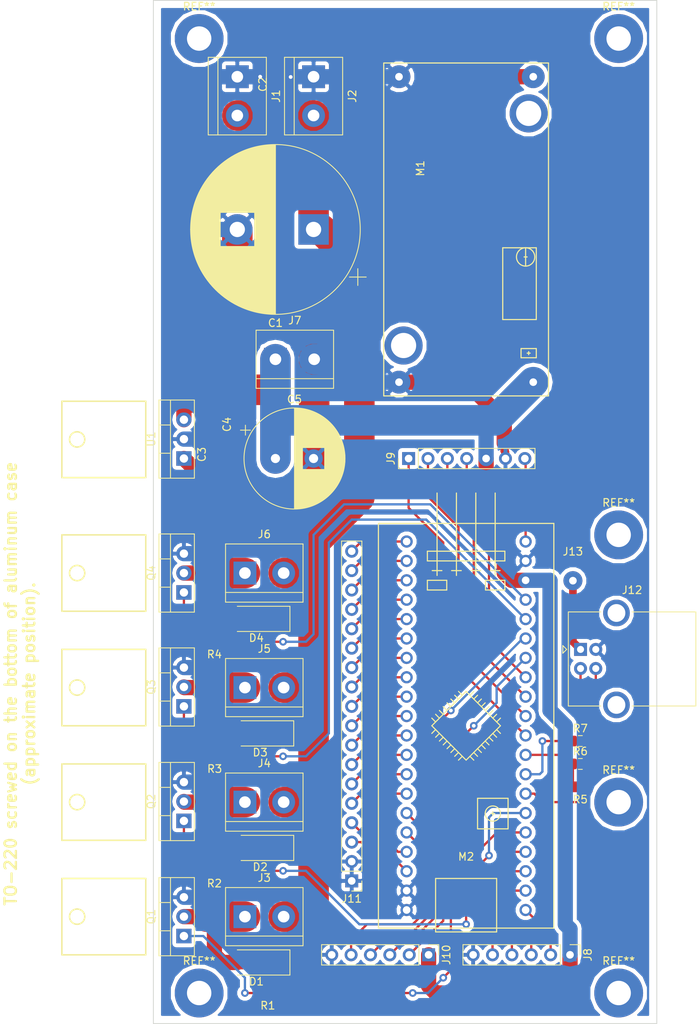
<source format=kicad_pcb>
(kicad_pcb (version 20171130) (host pcbnew 5.0.0+dfsg1-1)
  (layers (0 F.Cu signal) (31 B.Cu signal) (36 B.SilkS user) (37 F.SilkS user) (38 B.Mask user) (39 F.Mask user) (44 Edge.Cuts user))
  (net 0 "")
  (net 1 +12V)
  (net 2 GND)
  (net 3 +5V)
  (net 4 "Net-(J9-Pad2)")
  (net 5 "Net-(M2-PadA12)")
  (net 6 "Net-(J9-Pad1)")
  (net 7 "Net-(M2-PadA10)")
  (net 8 "Net-(M2-PadA9)")
  (net 9 "Net-(M2-PadA8)")
  (net 10 "Net-(J8-Pad5)")
  (net 11 "Net-(J8-Pad4)")
  (net 12 "Net-(J8-Pad3)")
  (net 13 "Net-(J8-Pad2)")
  (net 14 "Net-(J9-Pad3)")
  (net 15 "Net-(J9-Pad4)")
  (net 16 "Net-(J10-Pad2)")
  (net 17 "Net-(J10-Pad3)")
  (net 18 "Net-(M2-PadB8)")
  (net 19 "Net-(M2-PadB9)")
  (net 20 "Net-(J11-Pad18)")
  (net 21 "Net-(J11-Pad17)")
  (net 22 "Net-(J11-Pad16)")
  (net 23 "Net-(J11-Pad15)")
  (net 24 "Net-(J11-Pad14)")
  (net 25 "Net-(J11-Pad13)")
  (net 26 "Net-(J11-Pad12)")
  (net 27 "Net-(J11-Pad11)")
  (net 28 "Net-(J11-Pad10)")
  (net 29 "Net-(J11-Pad9)")
  (net 30 "Net-(J11-Pad8)")
  (net 31 "Net-(J11-Pad7)")
  (net 32 "Net-(J11-Pad6)")
  (net 33 "Net-(J11-Pad5)")
  (net 34 "Net-(J10-Pad4)")
  (net 35 "Net-(J10-Pad5)")
  (net 36 "Net-(J11-Pad4)")
  (net 37 "Net-(J11-Pad3)")
  (net 38 "Net-(D1-Pad2)")
  (net 39 "Net-(D2-Pad2)")
  (net 40 "Net-(D3-Pad2)")
  (net 41 "Net-(D4-Pad2)")
  (net 42 "Net-(Q1-Pad1)")
  (net 43 "Net-(Q2-Pad1)")
  (net 44 "Net-(Q3-Pad1)")
  (net 45 "Net-(Q4-Pad1)")
  (net 46 "Net-(M2-PadA11)")
  (net 47 "Net-(J9-Pad7)")
  (net 48 "Net-(J12-Pad1)")
  (net 49 "Net-(J12-Pad2)")
  (net 50 "Net-(J12-Pad3)")
  (net 51 "Net-(J12-Pad5)")
  (module ki_modules:LM2596_DC-DC_module (layer F.Cu) (at 87 66 270)
    (fp_text reference M1 (at -8 6 270) (layer F.SilkS))
    (fp_text value LM2596_DC-DC_module)
    (pad IN+ thru_hole circle (at -20 -8.8 270) (size 3 3) (drill 1) (layers *.Cu *.Mask) (net 1 +12V))
    (pad IN- thru_hole circle (at -20 8.8 270) (size 3 3) (drill 1) (layers *.Cu *.Mask) (net 2 GND))
    (pad OUT+ thru_hole circle (at 20 -8.8 270) (size 3 3) (drill 1) (layers *.Cu *.Mask) (net 3 +5V))
    (pad OUT- thru_hole circle (at 20 8.8 270) (size 3 3) (drill 1) (layers *.Cu *.Mask) (net 2 GND))
    (pad "" thru_hole circle (at 15.2 8.2 270) (size 5 5) (drill 3.3) (layers *.Cu *.Mask))
    (pad "" thru_hole circle (at -15.2 -8.2 270) (size 5 5) (drill 3.3) (layers *.Cu *.Mask))
  )
  (module Package_TO_SOT_THT:TO-220-3_Vertical (layer F.Cu) (at 50 96 90)
    (fp_text reference U1 (at 2.54 -4.27 90) (layer F.SilkS))
    (fp_text value LM7805_TO220)
    (pad 1 thru_hole rect (at 0 0 90) (size 1.905 2) (drill 1.1) (layers *.Cu *.Mask) (net 1 +12V))
    (pad 2 thru_hole oval (at 2.54 0 90) (size 1.905 2) (drill 1.1) (layers *.Cu *.Mask) (net 2 GND))
    (pad 3 thru_hole oval (at 5.08 0 90) (size 1.905 2) (drill 1.1) (layers *.Cu *.Mask) (net 3 +5V))
  )
  (module Capacitor_THT:CP_Radial_D22.0mm_P10.00mm_SnapIn (layer F.Cu) (at 67 66 180)
    (fp_text reference C1 (at 5 -12.25 180) (layer F.SilkS))
    (fp_text value 470,0x16)
    (pad 1 thru_hole rect (at 0 0 180) (size 4 4) (drill 2) (layers *.Cu *.Mask) (net 1 +12V))
    (pad 2 thru_hole circle (at 10 0 180) (size 4 4) (drill 2) (layers *.Cu *.Mask) (net 2 GND))
  )
  (module Capacitor_SMD:C_0805_2012Metric_Pad1.29x1.40mm_HandSolder (layer F.Cu) (at 62 47 90)
    (fp_text reference C2 (at 0 -1.65 90) (layer F.SilkS))
    (fp_text value 0,1)
    (pad 1 smd rect (at -0.9675 0 90) (size 1.295 1.4) (layers F.Cu F.Paste F.Mask) (net 1 +12V))
    (pad 2 smd rect (at 0.9675 0 90) (size 1.295 1.4) (layers F.Cu F.Paste F.Mask) (net 2 GND))
  )
  (module Capacitor_SMD:C_0805_2012Metric_Pad1.29x1.40mm_HandSolder (layer F.Cu) (at 54 95.4675 90)
    (fp_text reference C3 (at 0 -1.65 90) (layer F.SilkS))
    (fp_text value 0,1)
    (pad 1 smd rect (at -0.9675 0 90) (size 1.295 1.4) (layers F.Cu F.Paste F.Mask) (net 1 +12V))
    (pad 2 smd rect (at 0.9675 0 90) (size 1.295 1.4) (layers F.Cu F.Paste F.Mask) (net 2 GND))
  )
  (module Capacitor_SMD:C_0805_2012Metric_Pad1.29x1.40mm_HandSolder (layer F.Cu) (at 54 91.5325 270)
    (fp_text reference C4 (at 0 -1.65 270) (layer F.SilkS))
    (fp_text value 0,1)
    (pad 2 smd rect (at 0.9675 0 270) (size 1.295 1.4) (layers F.Cu F.Paste F.Mask) (net 2 GND))
    (pad 1 smd rect (at -0.9675 0 270) (size 1.295 1.4) (layers F.Cu F.Paste F.Mask) (net 3 +5V))
  )
  (module Capacitor_THT:CP_Radial_D13.0mm_P5.00mm (layer F.Cu) (at 62 96)
    (fp_text reference C5 (at 2.5 -7.75) (layer F.SilkS))
    (fp_text value 10,0x16)
    (pad 1 thru_hole rect (at 0 0) (size 2.4 2.4) (drill 1.2) (layers *.Cu *.Mask) (net 3 +5V))
    (pad 2 thru_hole circle (at 5 0) (size 2.4 2.4) (drill 1.2) (layers *.Cu *.Mask) (net 2 GND))
  )
  (module Diode_SMD:D_SMA_Handsoldering (layer F.Cu) (at 59.5 162 180)
    (fp_text reference D1 (at 0 -2.5 180) (layer F.SilkS))
    (fp_text value D)
    (pad 2 smd rect (at 2.5 0 180) (size 3.5 1.8) (layers F.Cu F.Paste F.Mask) (net 38 "Net-(D1-Pad2)"))
    (pad 1 smd rect (at -2.5 0 180) (size 3.5 1.8) (layers F.Cu F.Paste F.Mask) (net 1 +12V))
  )
  (module Diode_SMD:D_SMA_Handsoldering (layer F.Cu) (at 60 147 180)
    (fp_text reference D2 (at 0 -2.5 180) (layer F.SilkS))
    (fp_text value D)
    (pad 1 smd rect (at -2.5 0 180) (size 3.5 1.8) (layers F.Cu F.Paste F.Mask) (net 1 +12V))
    (pad 2 smd rect (at 2.5 0 180) (size 3.5 1.8) (layers F.Cu F.Paste F.Mask) (net 39 "Net-(D2-Pad2)"))
  )
  (module Diode_SMD:D_SMA_Handsoldering (layer F.Cu) (at 60 132 180)
    (fp_text reference D3 (at 0 -2.5 180) (layer F.SilkS))
    (fp_text value D)
    (pad 1 smd rect (at -2.5 0 180) (size 3.5 1.8) (layers F.Cu F.Paste F.Mask) (net 1 +12V))
    (pad 2 smd rect (at 2.5 0 180) (size 3.5 1.8) (layers F.Cu F.Paste F.Mask) (net 40 "Net-(D3-Pad2)"))
  )
  (module Diode_SMD:D_SMA_Handsoldering (layer F.Cu) (at 59.5 117 180)
    (fp_text reference D4 (at 0 -2.5 180) (layer F.SilkS))
    (fp_text value D)
    (pad 2 smd rect (at 2.5 0 180) (size 3.5 1.8) (layers F.Cu F.Paste F.Mask) (net 41 "Net-(D4-Pad2)"))
    (pad 1 smd rect (at -2.5 0 180) (size 3.5 1.8) (layers F.Cu F.Paste F.Mask) (net 1 +12V))
  )
  (module TerminalBlock:TerminalBlock_bornier-2_P5.08mm (layer F.Cu) (at 57 46 270)
    (fp_text reference J1 (at 2.54 -5.08 270) (layer F.SilkS))
    (fp_text value Conn_01x02)
    (pad 2 thru_hole circle (at 5.08 0 270) (size 3 3) (drill 1.52) (layers *.Cu *.Mask) (net 1 +12V))
    (pad 1 thru_hole rect (at 0 0 270) (size 3 3) (drill 1.52) (layers *.Cu *.Mask) (net 2 GND))
  )
  (module TerminalBlock:TerminalBlock_bornier-2_P5.08mm (layer F.Cu) (at 67 46 270)
    (fp_text reference J2 (at 2.54 -5.08 270) (layer F.SilkS))
    (fp_text value Conn_01x02)
    (pad 1 thru_hole rect (at 0 0 270) (size 3 3) (drill 1.52) (layers *.Cu *.Mask) (net 2 GND))
    (pad 2 thru_hole circle (at 5.08 0 270) (size 3 3) (drill 1.52) (layers *.Cu *.Mask) (net 1 +12V))
  )
  (module TerminalBlock:TerminalBlock_bornier-2_P5.08mm (layer F.Cu) (at 58 156)
    (fp_text reference J3 (at 2.54 -5.08) (layer F.SilkS))
    (fp_text value Conn_01x02)
    (pad 2 thru_hole circle (at 5.08 0) (size 3 3) (drill 1.52) (layers *.Cu *.Mask) (net 1 +12V))
    (pad 1 thru_hole rect (at 0 0) (size 3 3) (drill 1.52) (layers *.Cu *.Mask) (net 38 "Net-(D1-Pad2)"))
  )
  (module TerminalBlock:TerminalBlock_bornier-2_P5.08mm (layer F.Cu) (at 58 141)
    (fp_text reference J4 (at 2.54 -5.08) (layer F.SilkS))
    (fp_text value Conn_01x02)
    (pad 1 thru_hole rect (at 0 0) (size 3 3) (drill 1.52) (layers *.Cu *.Mask) (net 39 "Net-(D2-Pad2)"))
    (pad 2 thru_hole circle (at 5.08 0) (size 3 3) (drill 1.52) (layers *.Cu *.Mask) (net 1 +12V))
  )
  (module TerminalBlock:TerminalBlock_bornier-2_P5.08mm (layer F.Cu) (at 58 126)
    (fp_text reference J5 (at 2.54 -5.08) (layer F.SilkS))
    (fp_text value Conn_01x02)
    (pad 1 thru_hole rect (at 0 0) (size 3 3) (drill 1.52) (layers *.Cu *.Mask) (net 40 "Net-(D3-Pad2)"))
    (pad 2 thru_hole circle (at 5.08 0) (size 3 3) (drill 1.52) (layers *.Cu *.Mask) (net 1 +12V))
  )
  (module TerminalBlock:TerminalBlock_bornier-2_P5.08mm (layer F.Cu) (at 58 111)
    (fp_text reference J6 (at 2.54 -5.08) (layer F.SilkS))
    (fp_text value Conn_01x02)
    (pad 2 thru_hole circle (at 5.08 0) (size 3 3) (drill 1.52) (layers *.Cu *.Mask) (net 1 +12V))
    (pad 1 thru_hole rect (at 0 0) (size 3 3) (drill 1.52) (layers *.Cu *.Mask) (net 41 "Net-(D4-Pad2)"))
  )
  (module TerminalBlock:TerminalBlock_bornier-2_P5.08mm (layer F.Cu) (at 62 83)
    (fp_text reference J7 (at 2.54 -5.08) (layer F.SilkS))
    (fp_text value Conn_01x02)
    (pad 1 thru_hole rect (at 0 0) (size 3 3) (drill 1.52) (layers *.Cu *.Mask) (net 3 +5V))
    (pad 2 thru_hole circle (at 5.08 0) (size 3 3) (drill 1.52) (layers *.Cu *.Mask) (net 2 GND))
  )
  (module Connector_PinHeader_2.54mm:PinHeader_1x06_P2.54mm_Vertical (layer F.Cu) (at 100.62 161 270)
    (fp_text reference J8 (at 0 -2.33 270) (layer F.SilkS))
    (fp_text value Conn_01x06)
    (pad 6 thru_hole oval (at 0 12.7 270) (size 1.7 1.7) (drill 1) (layers *.Cu *.Mask) (net 2 GND))
    (pad 5 thru_hole oval (at 0 10.16 270) (size 1.7 1.7) (drill 1) (layers *.Cu *.Mask) (net 10 "Net-(J8-Pad5)"))
    (pad 4 thru_hole oval (at 0 7.62 270) (size 1.7 1.7) (drill 1) (layers *.Cu *.Mask) (net 11 "Net-(J8-Pad4)"))
    (pad 3 thru_hole oval (at 0 5.08 270) (size 1.7 1.7) (drill 1) (layers *.Cu *.Mask) (net 12 "Net-(J8-Pad3)"))
    (pad 2 thru_hole oval (at 0 2.54 270) (size 1.7 1.7) (drill 1) (layers *.Cu *.Mask) (net 13 "Net-(J8-Pad2)"))
    (pad 1 thru_hole rect (at 0 0 270) (size 1.7 1.7) (drill 1) (layers *.Cu *.Mask) (net 3 +5V))
  )
  (module Connector_PinHeader_2.54mm:PinHeader_1x06_P2.54mm_Vertical (layer F.Cu) (at 82.08 161 270)
    (fp_text reference J10 (at 0 -2.33 270) (layer F.SilkS))
    (fp_text value Conn_01x06)
    (pad 1 thru_hole rect (at 0 0 270) (size 1.7 1.7) (drill 1) (layers *.Cu *.Mask) (net 3 +5V))
    (pad 2 thru_hole oval (at 0 2.54 270) (size 1.7 1.7) (drill 1) (layers *.Cu *.Mask) (net 16 "Net-(J10-Pad2)"))
    (pad 3 thru_hole oval (at 0 5.08 270) (size 1.7 1.7) (drill 1) (layers *.Cu *.Mask) (net 17 "Net-(J10-Pad3)"))
    (pad 4 thru_hole oval (at 0 7.62 270) (size 1.7 1.7) (drill 1) (layers *.Cu *.Mask) (net 34 "Net-(J10-Pad4)"))
    (pad 5 thru_hole oval (at 0 10.16 270) (size 1.7 1.7) (drill 1) (layers *.Cu *.Mask) (net 35 "Net-(J10-Pad5)"))
    (pad 6 thru_hole oval (at 0 12.7 270) (size 1.7 1.7) (drill 1) (layers *.Cu *.Mask) (net 2 GND))
  )
  (module Connector_PinHeader_2.54mm:PinHeader_1x18_P2.54mm_Vertical (layer F.Cu) (at 72 151.32 180)
    (fp_text reference J11 (at 0 -2.33 180) (layer F.SilkS))
    (fp_text value Conn_01x18)
    (pad 1 thru_hole rect (at 0 0 180) (size 1.7 1.7) (drill 1) (layers *.Cu *.Mask) (net 2 GND))
    (pad 2 thru_hole oval (at 0 2.54 180) (size 1.7 1.7) (drill 1) (layers *.Cu *.Mask) (net 2 GND))
    (pad 3 thru_hole oval (at 0 5.08 180) (size 1.7 1.7) (drill 1) (layers *.Cu *.Mask) (net 37 "Net-(J11-Pad3)"))
    (pad 4 thru_hole oval (at 0 7.62 180) (size 1.7 1.7) (drill 1) (layers *.Cu *.Mask) (net 36 "Net-(J11-Pad4)"))
    (pad 5 thru_hole oval (at 0 10.16 180) (size 1.7 1.7) (drill 1) (layers *.Cu *.Mask) (net 33 "Net-(J11-Pad5)"))
    (pad 6 thru_hole oval (at 0 12.7 180) (size 1.7 1.7) (drill 1) (layers *.Cu *.Mask) (net 32 "Net-(J11-Pad6)"))
    (pad 7 thru_hole oval (at 0 15.24 180) (size 1.7 1.7) (drill 1) (layers *.Cu *.Mask) (net 31 "Net-(J11-Pad7)"))
    (pad 8 thru_hole oval (at 0 17.78 180) (size 1.7 1.7) (drill 1) (layers *.Cu *.Mask) (net 30 "Net-(J11-Pad8)"))
    (pad 9 thru_hole oval (at 0 20.32 180) (size 1.7 1.7) (drill 1) (layers *.Cu *.Mask) (net 29 "Net-(J11-Pad9)"))
    (pad 10 thru_hole oval (at 0 22.86 180) (size 1.7 1.7) (drill 1) (layers *.Cu *.Mask) (net 28 "Net-(J11-Pad10)"))
    (pad 11 thru_hole oval (at 0 25.4 180) (size 1.7 1.7) (drill 1) (layers *.Cu *.Mask) (net 27 "Net-(J11-Pad11)"))
    (pad 12 thru_hole oval (at 0 27.94 180) (size 1.7 1.7) (drill 1) (layers *.Cu *.Mask) (net 26 "Net-(J11-Pad12)"))
    (pad 13 thru_hole oval (at 0 30.48 180) (size 1.7 1.7) (drill 1) (layers *.Cu *.Mask) (net 25 "Net-(J11-Pad13)"))
    (pad 14 thru_hole oval (at 0 33.02 180) (size 1.7 1.7) (drill 1) (layers *.Cu *.Mask) (net 24 "Net-(J11-Pad14)"))
    (pad 15 thru_hole oval (at 0 35.56 180) (size 1.7 1.7) (drill 1) (layers *.Cu *.Mask) (net 23 "Net-(J11-Pad15)"))
    (pad 16 thru_hole oval (at 0 38.1 180) (size 1.7 1.7) (drill 1) (layers *.Cu *.Mask) (net 22 "Net-(J11-Pad16)"))
    (pad 17 thru_hole oval (at 0 40.64 180) (size 1.7 1.7) (drill 1) (layers *.Cu *.Mask) (net 21 "Net-(J11-Pad17)"))
    (pad 18 thru_hole oval (at 0 43.18 180) (size 1.7 1.7) (drill 1) (layers *.Cu *.Mask) (net 20 "Net-(J11-Pad18)"))
  )
  (module Package_TO_SOT_THT:TO-220-3_Vertical (layer F.Cu) (at 50 158.54 90)
    (fp_text reference Q1 (at 2.54 -4.27 90) (layer F.SilkS))
    (fp_text value Q_NMOS_GDS)
    (pad 1 thru_hole rect (at 0 0 90) (size 1.905 2) (drill 1.1) (layers *.Cu *.Mask) (net 42 "Net-(Q1-Pad1)"))
    (pad 2 thru_hole oval (at 2.54 0 90) (size 1.905 2) (drill 1.1) (layers *.Cu *.Mask) (net 38 "Net-(D1-Pad2)"))
    (pad 3 thru_hole oval (at 5.08 0 90) (size 1.905 2) (drill 1.1) (layers *.Cu *.Mask) (net 2 GND))
  )
  (module Package_TO_SOT_THT:TO-220-3_Vertical (layer F.Cu) (at 50 143.46 90)
    (fp_text reference Q2 (at 2.54 -4.27 90) (layer F.SilkS))
    (fp_text value Q_NMOS_GDS)
    (pad 3 thru_hole oval (at 5.08 0 90) (size 1.905 2) (drill 1.1) (layers *.Cu *.Mask) (net 2 GND))
    (pad 2 thru_hole oval (at 2.54 0 90) (size 1.905 2) (drill 1.1) (layers *.Cu *.Mask) (net 39 "Net-(D2-Pad2)"))
    (pad 1 thru_hole rect (at 0 0 90) (size 1.905 2) (drill 1.1) (layers *.Cu *.Mask) (net 43 "Net-(Q2-Pad1)"))
  )
  (module Package_TO_SOT_THT:TO-220-3_Vertical (layer F.Cu) (at 50 128.46 90)
    (fp_text reference Q3 (at 2.54 -4.27 90) (layer F.SilkS))
    (fp_text value Q_NMOS_GDS)
    (pad 3 thru_hole oval (at 5.08 0 90) (size 1.905 2) (drill 1.1) (layers *.Cu *.Mask) (net 2 GND))
    (pad 2 thru_hole oval (at 2.54 0 90) (size 1.905 2) (drill 1.1) (layers *.Cu *.Mask) (net 40 "Net-(D3-Pad2)"))
    (pad 1 thru_hole rect (at 0 0 90) (size 1.905 2) (drill 1.1) (layers *.Cu *.Mask) (net 44 "Net-(Q3-Pad1)"))
  )
  (module Package_TO_SOT_THT:TO-220-3_Vertical (layer F.Cu) (at 50 113.54 90)
    (fp_text reference Q4 (at 2.54 -4.27 90) (layer F.SilkS))
    (fp_text value Q_NMOS_GDS)
    (pad 1 thru_hole rect (at 0 0 90) (size 1.905 2) (drill 1.1) (layers *.Cu *.Mask) (net 45 "Net-(Q4-Pad1)"))
    (pad 2 thru_hole oval (at 2.54 0 90) (size 1.905 2) (drill 1.1) (layers *.Cu *.Mask) (net 41 "Net-(D4-Pad2)"))
    (pad 3 thru_hole oval (at 5.08 0 90) (size 1.905 2) (drill 1.1) (layers *.Cu *.Mask) (net 2 GND))
  )
  (module Resistor_SMD:R_0805_2012Metric_Pad1.29x1.40mm_HandSolder (layer F.Cu) (at 61 166 180)
    (fp_text reference R1 (at 0 -1.65 180) (layer F.SilkS))
    (fp_text value 100)
    (pad 1 smd rect (at -0.9675 0 180) (size 1.295 1.4) (layers F.Cu F.Paste F.Mask) (net 9 "Net-(M2-PadA8)"))
    (pad 2 smd rect (at 0.9675 0 180) (size 1.295 1.4) (layers F.Cu F.Paste F.Mask) (net 42 "Net-(Q1-Pad1)"))
  )
  (module Resistor_SMD:R_0805_2012Metric_Pad1.29x1.40mm_HandSolder (layer F.Cu) (at 54 150 180)
    (fp_text reference R2 (at 0 -1.65 180) (layer F.SilkS))
    (fp_text value 100)
    (pad 2 smd rect (at 0.9675 0 180) (size 1.295 1.4) (layers F.Cu F.Paste F.Mask) (net 43 "Net-(Q2-Pad1)"))
    (pad 1 smd rect (at -0.9675 0 180) (size 1.295 1.4) (layers F.Cu F.Paste F.Mask) (net 8 "Net-(M2-PadA9)"))
  )
  (module Resistor_SMD:R_0805_2012Metric_Pad1.29x1.40mm_HandSolder (layer F.Cu) (at 54.0325 135 180)
    (fp_text reference R3 (at 0 -1.65 180) (layer F.SilkS))
    (fp_text value 100)
    (pad 2 smd rect (at 0.9675 0 180) (size 1.295 1.4) (layers F.Cu F.Paste F.Mask) (net 44 "Net-(Q3-Pad1)"))
    (pad 1 smd rect (at -0.9675 0 180) (size 1.295 1.4) (layers F.Cu F.Paste F.Mask) (net 18 "Net-(M2-PadB8)"))
  )
  (module Resistor_SMD:R_0805_2012Metric_Pad1.29x1.40mm_HandSolder (layer F.Cu) (at 54 120 180)
    (fp_text reference R4 (at 0 -1.65 180) (layer F.SilkS))
    (fp_text value 100)
    (pad 1 smd rect (at -0.9675 0 180) (size 1.295 1.4) (layers F.Cu F.Paste F.Mask) (net 19 "Net-(M2-PadB9)"))
    (pad 2 smd rect (at 0.9675 0 180) (size 1.295 1.4) (layers F.Cu F.Paste F.Mask) (net 45 "Net-(Q4-Pad1)"))
  )
  (module Resistor_SMD:R_0805_2012Metric_Pad1.29x1.40mm_HandSolder (layer F.Cu) (at 101.9675 139 180)
    (fp_text reference R5 (at 0 -1.65 180) (layer F.SilkS))
    (fp_text value 1,5k)
    (pad 1 smd rect (at -0.9675 0 180) (size 1.295 1.4) (layers F.Cu F.Paste F.Mask) (net 7 "Net-(M2-PadA10)"))
    (pad 2 smd rect (at 0.9675 0 180) (size 1.295 1.4) (layers F.Cu F.Paste F.Mask) (net 5 "Net-(M2-PadA12)"))
  )
  (module Connector_PinHeader_2.54mm:PinHeader_1x07_P2.54mm_Vertical (layer F.Cu) (at 79.46 96 90)
    (fp_text reference J9 (at 0 -2.33 90) (layer F.SilkS))
    (fp_text value Conn_01x07)
    (pad 1 thru_hole rect (at 0 0 90) (size 1.7 1.7) (drill 1) (layers *.Cu *.Mask) (net 6 "Net-(J9-Pad1)"))
    (pad 2 thru_hole oval (at 0 2.54 90) (size 1.7 1.7) (drill 1) (layers *.Cu *.Mask) (net 4 "Net-(J9-Pad2)"))
    (pad 3 thru_hole oval (at 0 5.08 90) (size 1.7 1.7) (drill 1) (layers *.Cu *.Mask) (net 14 "Net-(J9-Pad3)"))
    (pad 4 thru_hole oval (at 0 7.62 90) (size 1.7 1.7) (drill 1) (layers *.Cu *.Mask) (net 15 "Net-(J9-Pad4)"))
    (pad 5 thru_hole oval (at 0 10.16 90) (size 1.7 1.7) (drill 1) (layers *.Cu *.Mask) (net 3 +5V))
    (pad 6 thru_hole oval (at 0 12.7 90) (size 1.7 1.7) (drill 1) (layers *.Cu *.Mask) (net 2 GND))
    (pad 7 thru_hole oval (at 0 15.24 90) (size 1.7 1.7) (drill 1) (layers *.Cu *.Mask) (net 47 "Net-(J9-Pad7)"))
  )
  (module Connector_USB:USB_B_OST_USB-B1HSxx_Horizontal (layer F.Cu) (at 102 121)
    (fp_text reference J12 (at 6.76 -7.77) (layer F.SilkS))
    (fp_text value USB_B)
    (pad 1 thru_hole rect (at 0 0) (size 1.7 1.7) (drill 0.92) (layers *.Cu *.Mask) (net 48 "Net-(J12-Pad1)"))
    (pad 2 thru_hole circle (at 0 2.5) (size 1.7 1.7) (drill 0.92) (layers *.Cu *.Mask) (net 49 "Net-(J12-Pad2)"))
    (pad 3 thru_hole circle (at 2 2.5) (size 1.7 1.7) (drill 0.92) (layers *.Cu *.Mask) (net 50 "Net-(J12-Pad3)"))
    (pad 4 thru_hole circle (at 2 0) (size 1.7 1.7) (drill 0.92) (layers *.Cu *.Mask) (net 2 GND))
    (pad 5 thru_hole circle (at 4.71 -4.77) (size 3.5 3.5) (drill 2.33) (layers *.Cu *.Mask) (net 51 "Net-(J12-Pad5)"))
    (pad 5 thru_hole circle (at 4.71 7.27) (size 3.5 3.5) (drill 2.33) (layers *.Cu *.Mask) (net 51 "Net-(J12-Pad5)"))
  )
  (module Connector_Wire:SolderWirePad_1x01_Drill1mm (layer F.Cu) (at 101 112)
    (fp_text reference J13 (at 0 -3.81) (layer F.SilkS))
    (fp_text value Conn_01x01)
    (pad 1 thru_hole circle (at 0 0) (size 2.49936 2.49936) (drill 1.00076) (layers *.Cu *.Mask) (net 48 "Net-(J12-Pad1)"))
  )
  (module Resistor_SMD:R_0805_2012Metric_Pad1.15x1.40mm_HandSolder (layer F.Cu) (at 101.975 136)
    (fp_text reference R6 (at 0 -1.65) (layer F.SilkS))
    (fp_text value 22)
    (pad 2 smd roundrect (at 1.025 0) (size 1.15 1.4) (layers F.Cu F.Paste F.Mask) (roundrect_rratio 0.217391) (net 50 "Net-(J12-Pad3)"))
    (pad 1 smd roundrect (at -1.025 0) (size 1.15 1.4) (layers F.Cu F.Paste F.Mask) (roundrect_rratio 0.217391) (net 5 "Net-(M2-PadA12)"))
  )
  (module Resistor_SMD:R_0805_2012Metric_Pad1.15x1.40mm_HandSolder (layer F.Cu) (at 101.975 133)
    (fp_text reference R7 (at 0 -1.65) (layer F.SilkS))
    (fp_text value 22)
    (pad 1 smd roundrect (at -1.025 0) (size 1.15 1.4) (layers F.Cu F.Paste F.Mask) (roundrect_rratio 0.217391) (net 46 "Net-(M2-PadA11)"))
    (pad 2 smd roundrect (at 1.025 0) (size 1.15 1.4) (layers F.Cu F.Paste F.Mask) (roundrect_rratio 0.217391) (net 49 "Net-(J12-Pad2)"))
  )
  (module ki_modules:Maple_Mini (layer F.Cu) (at 87 131 180)
    (fp_text reference M2 (at 0 -17.145 180) (layer F.SilkS))
    (fp_text value Maple_Mini)
    (pad A15 thru_hole circle (at -7.8 -1.27 180) (size 1.6 1.6) (drill 1) (layers *.Cu *.Mask) (net 6 "Net-(J9-Pad1)"))
    (pad A12 thru_hole circle (at -7.8 -3.81 180) (size 1.6 1.6) (drill 1) (layers *.Cu *.Mask) (net 5 "Net-(M2-PadA12)"))
    (pad A11 thru_hole circle (at -7.8 -6.35 180) (size 1.6 1.6) (drill 1) (layers *.Cu *.Mask) (net 46 "Net-(M2-PadA11)"))
    (pad A10 thru_hole circle (at -7.8 -8.89 180) (size 1.6 1.6) (drill 1) (layers *.Cu *.Mask) (net 7 "Net-(M2-PadA10)"))
    (pad A9 thru_hole circle (at -7.8 -11.43 180) (size 1.6 1.6) (drill 1) (layers *.Cu *.Mask) (net 8 "Net-(M2-PadA9)"))
    (pad A8 thru_hole circle (at -7.8 -13.97 180) (size 1.6 1.6) (drill 1) (layers *.Cu *.Mask) (net 9 "Net-(M2-PadA8)"))
    (pad B15 thru_hole circle (at -7.8 -16.51 180) (size 1.6 1.6) (drill 1) (layers *.Cu *.Mask) (net 10 "Net-(J8-Pad5)"))
    (pad B14 thru_hole circle (at -7.8 -19.05 180) (size 1.6 1.6) (drill 1) (layers *.Cu *.Mask) (net 11 "Net-(J8-Pad4)"))
    (pad B13 thru_hole circle (at -7.8 -21.59 180) (size 1.6 1.6) (drill 1) (layers *.Cu *.Mask) (net 12 "Net-(J8-Pad3)"))
    (pad B12 thru_hole circle (at -7.8 -24.13 180) (size 1.6 1.6) (drill 1) (layers *.Cu *.Mask) (net 13 "Net-(J8-Pad2)"))
    (pad B3 thru_hole circle (at -7.8 1.27 180) (size 1.6 1.6) (drill 1) (layers *.Cu *.Mask) (net 4 "Net-(J9-Pad2)"))
    (pad B4 thru_hole circle (at -7.8 3.81 180) (size 1.6 1.6) (drill 1) (layers *.Cu *.Mask) (net 14 "Net-(J9-Pad3)"))
    (pad B5 thru_hole circle (at -7.8 6.35 180) (size 1.6 1.6) (drill 1) (layers *.Cu *.Mask) (net 15 "Net-(J9-Pad4)"))
    (pad B6 thru_hole circle (at -7.8 8.89 180) (size 1.6 1.6) (drill 1) (layers *.Cu *.Mask) (net 16 "Net-(J10-Pad2)"))
    (pad B7 thru_hole circle (at -7.8 11.43 180) (size 1.6 1.6) (drill 1) (layers *.Cu *.Mask) (net 17 "Net-(J10-Pad3)"))
    (pad B8 thru_hole circle (at -7.8 13.97 180) (size 1.6 1.6) (drill 1) (layers *.Cu *.Mask) (net 18 "Net-(M2-PadB8)"))
    (pad B9 thru_hole circle (at -7.8 16.51 180) (size 1.6 1.6) (drill 1) (layers *.Cu *.Mask) (net 19 "Net-(M2-PadB9)"))
    (pad 18 thru_hole circle (at -7.8 19.05 180) (size 1.6 1.6) (drill 1) (layers *.Cu *.Mask) (net 3 +5V))
    (pad 19 thru_hole circle (at -7.8 21.59 180) (size 1.6 1.6) (drill 1) (layers *.Cu *.Mask) (net 2 GND))
    (pad 20 thru_hole circle (at -7.8 24.13 180) (size 1.6 1.6) (drill 1) (layers *.Cu *.Mask) (net 47 "Net-(J9-Pad7)"))
    (pad VB thru_hole circle (at 7.8 24.13 180) (size 1.6 1.6) (drill 1) (layers *.Cu *.Mask) (net 20 "Net-(J11-Pad18)"))
    (pad C13 thru_hole circle (at 7.8 21.59 180) (size 1.6 1.6) (drill 1) (layers *.Cu *.Mask) (net 21 "Net-(J11-Pad17)"))
    (pad C14 thru_hole circle (at 7.8 19.05 180) (size 1.6 1.6) (drill 1) (layers *.Cu *.Mask) (net 22 "Net-(J11-Pad16)"))
    (pad C15 thru_hole circle (at 7.8 16.51 180) (size 1.6 1.6) (drill 1) (layers *.Cu *.Mask) (net 23 "Net-(J11-Pad15)"))
    (pad A0 thru_hole circle (at 7.8 13.97 180) (size 1.6 1.6) (drill 1) (layers *.Cu *.Mask) (net 24 "Net-(J11-Pad14)"))
    (pad A1 thru_hole circle (at 7.8 11.43 180) (size 1.6 1.6) (drill 1) (layers *.Cu *.Mask) (net 25 "Net-(J11-Pad13)"))
    (pad A2 thru_hole circle (at 7.8 8.89 180) (size 1.6 1.6) (drill 1) (layers *.Cu *.Mask) (net 26 "Net-(J11-Pad12)"))
    (pad A3 thru_hole circle (at 7.8 6.35 180) (size 1.6 1.6) (drill 1) (layers *.Cu *.Mask) (net 27 "Net-(J11-Pad11)"))
    (pad 39 thru_hole circle (at 7.8 -21.59 180) (size 1.6 1.6) (drill 1) (layers *.Cu *.Mask) (net 2 GND))
    (pad 40 thru_hole circle (at 7.8 -24.13 180) (size 1.6 1.6) (drill 1) (layers *.Cu *.Mask) (net 2 GND))
    (pad A4 thru_hole circle (at 7.8 3.81 180) (size 1.6 1.6) (drill 1) (layers *.Cu *.Mask) (net 28 "Net-(J11-Pad10)"))
    (pad A5 thru_hole circle (at 7.8 1.27 180) (size 1.6 1.6) (drill 1) (layers *.Cu *.Mask) (net 29 "Net-(J11-Pad9)"))
    (pad A6 thru_hole circle (at 7.8 -1.27 180) (size 1.6 1.6) (drill 1) (layers *.Cu *.Mask) (net 30 "Net-(J11-Pad8)"))
    (pad A7 thru_hole circle (at 7.8 -3.81 180) (size 1.6 1.6) (drill 1) (layers *.Cu *.Mask) (net 31 "Net-(J11-Pad7)"))
    (pad B0 thru_hole circle (at 7.8 -6.35 180) (size 1.6 1.6) (drill 1) (layers *.Cu *.Mask) (net 32 "Net-(J11-Pad6)"))
    (pad B1 thru_hole circle (at 7.8 -8.89 180) (size 1.6 1.6) (drill 1) (layers *.Cu *.Mask) (net 33 "Net-(J11-Pad5)"))
    (pad B10 thru_hole circle (at 7.8 -11.43 180) (size 1.6 1.6) (drill 1) (layers *.Cu *.Mask) (net 34 "Net-(J10-Pad4)"))
    (pad B11 thru_hole circle (at 7.8 -13.97 180) (size 1.6 1.6) (drill 1) (layers *.Cu *.Mask) (net 35 "Net-(J10-Pad5)"))
    (pad R thru_hole circle (at 7.8 -16.51 180) (size 1.6 1.6) (drill 1) (layers *.Cu *.Mask) (net 36 "Net-(J11-Pad4)"))
    (pad 38 thru_hole circle (at 7.8 -19.05 180) (size 1.6 1.6) (drill 1) (layers *.Cu *.Mask) (net 37 "Net-(J11-Pad3)"))
  )
  (module MountingHole:MountingHole_3.2mm_M3_Pad (layer F.Cu) (at 52 41)
    (fp_text reference REF** (at 0 -4.2) (layer F.SilkS))
    (fp_text value MountingHole_3.2mm_M3_Pad)
    (pad 1 thru_hole circle (at 0 0) (size 6.4 6.4) (drill 3.2) (layers *.Cu *.Mask))
  )
  (module MountingHole:MountingHole_3.2mm_M3_Pad (layer F.Cu) (at 107 41)
    (fp_text reference REF** (at 0 -4.2) (layer F.SilkS))
    (fp_text value MountingHole_3.2mm_M3_Pad)
    (pad 1 thru_hole circle (at 0 0) (size 6.4 6.4) (drill 3.2) (layers *.Cu *.Mask))
  )
  (module MountingHole:MountingHole_3.2mm_M3_Pad (layer F.Cu) (at 107 141)
    (fp_text reference REF** (at 0 -4.2) (layer F.SilkS))
    (fp_text value MountingHole_3.2mm_M3_Pad)
    (pad 1 thru_hole circle (at 0 0) (size 6.4 6.4) (drill 3.2) (layers *.Cu *.Mask))
  )
  (module MountingHole:MountingHole_3.2mm_M3_Pad (layer F.Cu) (at 107 106)
    (fp_text reference REF** (at 0 -4.2) (layer F.SilkS))
    (fp_text value MountingHole_3.2mm_M3_Pad)
    (pad 1 thru_hole circle (at 0 0) (size 6.4 6.4) (drill 3.2) (layers *.Cu *.Mask))
  )
  (module MountingHole:MountingHole_3.2mm_M3_Pad (layer F.Cu) (at 52 166)
    (fp_text reference REF** (at 0 -4.2) (layer F.SilkS))
    (fp_text value MountingHole_3.2mm_M3_Pad)
    (pad 1 thru_hole circle (at 0 0) (size 6.4 6.4) (drill 3.2) (layers *.Cu *.Mask))
  )
  (module MountingHole:MountingHole_3.2mm_M3_Pad (layer F.Cu) (at 107 166)
    (fp_text reference REF** (at 0 -4.2) (layer F.SilkS))
    (fp_text value MountingHole_3.2mm_M3_Pad)
    (pad 1 thru_hole circle (at 0 0) (size 6.4 6.4) (drill 3.2) (layers *.Cu *.Mask))
  )
  (gr_text "TO-220 screwed on the bottom of aluminum case\n(approximate position)." (at 28.5 125.5 90) (layer F.SilkS) (effects (font (size 1.5 1.5) (thickness 0.3))))
  (gr_line (start 45 98.5) (end 34 98.5) (layer F.SilkS) (width 0.2))
  (gr_circle (center 36 93.5) (end 37 93.5) (layer F.SilkS) (width 0.2))
  (gr_line (start 34 98.5) (end 34 88.5) (layer F.SilkS) (width 0.2))
  (gr_line (start 45 88.5) (end 45 98.5) (layer F.SilkS) (width 0.2))
  (gr_line (start 34 88.5) (end 45 88.5) (layer F.SilkS) (width 0.2))
  (gr_line (start 34 161) (end 34 151) (layer F.SilkS) (width 0.2))
  (gr_line (start 45 161) (end 34 161) (layer F.SilkS) (width 0.2))
  (gr_line (start 45 151) (end 45 161) (layer F.SilkS) (width 0.2))
  (gr_circle (center 36 156) (end 37 156) (layer F.SilkS) (width 0.2))
  (gr_line (start 34 151) (end 45 151) (layer F.SilkS) (width 0.2))
  (gr_line (start 34 136) (end 45 136) (layer F.SilkS) (width 0.2))
  (gr_line (start 45 136) (end 45 146) (layer F.SilkS) (width 0.2))
  (gr_circle (center 36 141) (end 37 141) (layer F.SilkS) (width 0.2))
  (gr_line (start 34 146) (end 34 136) (layer F.SilkS) (width 0.2))
  (gr_line (start 45 146) (end 34 146) (layer F.SilkS) (width 0.2))
  (gr_line (start 34 131) (end 34 121) (layer F.SilkS) (width 0.2))
  (gr_line (start 45 121) (end 45 131) (layer F.SilkS) (width 0.2))
  (gr_circle (center 36 126) (end 37 126) (layer F.SilkS) (width 0.2))
  (gr_line (start 45 131) (end 34 131) (layer F.SilkS) (width 0.2))
  (gr_line (start 34 121) (end 45 121) (layer F.SilkS) (width 0.2))
  (gr_circle (center 36 111) (end 37 111) (layer F.SilkS) (width 0.2))
  (gr_line (start 34 106) (end 45 106) (layer F.SilkS) (width 0.2))
  (gr_line (start 34 116) (end 34 106) (layer F.SilkS) (width 0.2))
  (gr_line (start 45 116) (end 34 116) (layer F.SilkS) (width 0.2))
  (gr_line (start 45 106) (end 45 116) (layer F.SilkS) (width 0.2))
  (gr_line (start 46 170) (end 46 36) (layer Edge.Cuts) (width 0.1))
  (gr_line (start 112 170) (end 46 170) (layer Edge.Cuts) (width 0.1))
  (gr_line (start 112 36) (end 112 170) (layer Edge.Cuts) (width 0.1))
  (gr_line (start 46 36) (end 112 36) (layer Edge.Cuts) (width 0.1))
  (segment (start 67 51.08) (end 71.92 56) (width 4) (layer F.Cu) (net 1))
  (segment (start 71.92 56) (end 67 56) (width 4) (layer F.Cu) (net 1))
  (segment (start 67 66) (end 67 56) (width 4) (layer F.Cu) (net 1))
  (segment (start 67 56) (end 67 51.08) (width 4) (layer F.Cu) (net 1))
  (segment (start 67 66) (end 68 66) (width 4) (layer F.Cu) (net 1))
  (segment (start 68 66) (end 73 71) (width 4) (layer F.Cu) (net 1))
  (segment (start 73 71) (end 73 101.08) (width 4) (layer F.Cu) (net 1))
  (segment (start 63.08 156) (end 67 156) (width 4) (layer F.Cu) (net 1))
  (segment (start 63.08 111) (end 67 111) (width 4) (layer F.Cu) (net 1))
  (segment (start 67 111) (end 67 107.08) (width 4) (layer F.Cu) (net 1))
  (segment (start 71.92 56) (end 78 56) (width 4) (layer F.Cu) (net 1))
  (segment (start 88 46) (end 90 46) (width 4) (layer F.Cu) (net 1))
  (segment (start 78 56) (end 88 46) (width 4) (layer F.Cu) (net 1))
  (segment (start 90 46) (end 95.8 46) (width 2) (layer F.Cu) (net 1))
  (segment (start 69 105.08) (end 67 107.08) (width 4) (layer F.Cu) (net 1))
  (segment (start 73 101.08) (end 69 105.08) (width 4) (layer F.Cu) (net 1))
  (segment (start 67 107.08) (end 62.92 103) (width 4) (layer F.Cu) (net 1))
  (segment (start 62.92 103) (end 56 103) (width 4) (layer F.Cu) (net 1))
  (segment (start 56 103) (end 52 99) (width 4) (layer F.Cu) (net 1))
  (segment (start 52 98) (end 52 99) (width 2) (layer F.Cu) (net 1))
  (segment (start 50 96) (end 52 98) (width 2) (layer F.Cu) (net 1))
  (segment (start 62 117) (end 67 117) (width 2) (layer F.Cu) (net 1))
  (segment (start 67 117) (end 67 111) (width 4) (layer F.Cu) (net 1))
  (segment (start 62.5 132) (end 67 132) (width 2) (layer F.Cu) (net 1))
  (segment (start 62.5 147) (end 67 147) (width 2) (layer F.Cu) (net 1))
  (segment (start 67 156) (end 67 147) (width 4) (layer F.Cu) (net 1))
  (segment (start 62 162) (end 65 162) (width 2) (layer F.Cu) (net 1))
  (segment (start 65 157.92) (end 63.08 156) (width 2) (layer F.Cu) (net 1))
  (segment (start 65 162) (end 65 157.92) (width 2) (layer F.Cu) (net 1))
  (segment (start 63.08 126) (end 67 126) (width 4) (layer F.Cu) (net 1))
  (segment (start 67 132) (end 67 126) (width 4) (layer F.Cu) (net 1))
  (segment (start 67 126) (end 67 117) (width 4) (layer F.Cu) (net 1))
  (segment (start 63.08 141) (end 67 141) (width 4) (layer F.Cu) (net 1))
  (segment (start 67 147) (end 67 141) (width 4) (layer F.Cu) (net 1))
  (segment (start 67 141) (end 67 132) (width 4) (layer F.Cu) (net 1))
  (segment (start 52.3825 98) (end 52 98) (width 0.3) (layer F.Cu) (net 1))
  (segment (start 53.9475 96.435) (end 52.3825 98) (width 0.3) (layer F.Cu) (net 1))
  (segment (start 54 96.435) (end 53.9475 96.435) (width 0.3) (layer F.Cu) (net 1))
  (segment (start 62 47.9675) (end 62 51.08) (width 0.3) (layer F.Cu) (net 1))
  (segment (start 57 51.08) (end 62 51.08) (width 4) (layer F.Cu) (net 1))
  (segment (start 62 51.08) (end 67 51.08) (width 4) (layer F.Cu) (net 1))
  (segment (start 50 153.46) (end 51.54 153.46) (width 2) (layer B.Cu) (net 2))
  (segment (start 51.54 153.46) (end 53 152) (width 2) (layer B.Cu) (net 2))
  (segment (start 52.46 108.46) (end 53 109) (width 2) (layer B.Cu) (net 2))
  (segment (start 50 108.46) (end 52.46 108.46) (width 2) (layer B.Cu) (net 2))
  (segment (start 53 109) (end 53 106) (width 2) (layer B.Cu) (net 2))
  (segment (start 50 123.38) (end 52.62 123.38) (width 2) (layer B.Cu) (net 2))
  (segment (start 52.62 123.38) (end 53 123) (width 2) (layer B.Cu) (net 2))
  (segment (start 53 123) (end 53 109) (width 2) (layer B.Cu) (net 2))
  (segment (start 52.62 138.38) (end 53 138) (width 2) (layer B.Cu) (net 2))
  (segment (start 50 138.38) (end 52.62 138.38) (width 2) (layer B.Cu) (net 2))
  (segment (start 53 152) (end 53 138) (width 2) (layer B.Cu) (net 2))
  (segment (start 53 138) (end 53 123) (width 2) (layer B.Cu) (net 2))
  (segment (start 53 106) (end 53 100) (width 2) (layer B.Cu) (net 2))
  (segment (start 52.54 93.46) (end 53 93) (width 2) (layer B.Cu) (net 2))
  (segment (start 50 93.46) (end 52.54 93.46) (width 2) (layer B.Cu) (net 2))
  (segment (start 53 100) (end 53 93) (width 2) (layer B.Cu) (net 2))
  (segment (start 53.5 46) (end 57 46) (width 2) (layer B.Cu) (net 2))
  (segment (start 53 46.5) (end 53.5 46) (width 2) (layer B.Cu) (net 2))
  (segment (start 57 46) (end 67 46) (width 2) (layer B.Cu) (net 2))
  (segment (start 78.2 46) (end 67 46) (width 2) (layer B.Cu) (net 2))
  (segment (start 53 66) (end 57 66) (width 2) (layer B.Cu) (net 2))
  (segment (start 53 66) (end 53 46.5) (width 2) (layer B.Cu) (net 2))
  (segment (start 53 93) (end 53 66) (width 2) (layer B.Cu) (net 2))
  (segment (start 71 83) (end 74 86) (width 4) (layer B.Cu) (net 2))
  (segment (start 67.08 83) (end 71 83) (width 4) (layer B.Cu) (net 2))
  (segment (start 78.2 86) (end 74 86) (width 2) (layer B.Cu) (net 2))
  (segment (start 57 66) (end 57 69) (width 4) (layer F.Cu) (net 2))
  (segment (start 67.08 79.08) (end 67.08 83) (width 4) (layer F.Cu) (net 2))
  (segment (start 57 69) (end 67.08 79.08) (width 4) (layer F.Cu) (net 2))
  (segment (start 67.08 95.92) (end 67 96) (width 4) (layer F.Cu) (net 2))
  (segment (start 67.08 83) (end 67.08 95.92) (width 4) (layer F.Cu) (net 2))
  (segment (start 53.96 93.46) (end 54 93.5) (width 0.3) (layer F.Cu) (net 2))
  (segment (start 50 93.46) (end 53.96 93.46) (width 0.3) (layer F.Cu) (net 2))
  (segment (start 54 94.5) (end 54 93.5) (width 0.3) (layer F.Cu) (net 2))
  (segment (start 54 93.5) (end 54 92.5) (width 0.3) (layer F.Cu) (net 2))
  (segment (start 61.9675 46) (end 62 46.0325) (width 0.3) (layer F.Cu) (net 2))
  (segment (start 66.9675 46.0325) (end 67 46) (width 0.3) (layer F.Cu) (net 2))
  (via (at 64 46.0325) (size 1) (drill 0.5) (layers F.Cu B.Cu) (net 2))
  (segment (start 64 46.0325) (end 66.9675 46.0325) (width 0.3) (layer F.Cu) (net 2))
  (segment (start 62 46.0325) (end 64 46.0325) (width 0.3) (layer F.Cu) (net 2))
  (via (at 60 46) (size 1) (drill 0.5) (layers F.Cu B.Cu) (net 2))
  (segment (start 60 46) (end 61.9675 46) (width 0.3) (layer F.Cu) (net 2))
  (segment (start 57 46) (end 60 46) (width 0.3) (layer F.Cu) (net 2))
  (segment (start 92.16 96) (end 92.16 95.16) (width 1) (layer F.Cu) (net 2))
  (segment (start 92.16 95.16) (end 92 95) (width 1) (layer F.Cu) (net 2))
  (segment (start 92 95) (end 92 94) (width 1) (layer F.Cu) (net 2))
  (segment (start 92 94) (end 92 91) (width 2) (layer F.Cu) (net 2))
  (segment (start 92 91) (end 87 86) (width 2) (layer F.Cu) (net 2))
  (segment (start 87 86) (end 78.2 86) (width 2) (layer F.Cu) (net 2))
  (segment (start 62 83) (end 62 87) (width 2) (layer F.Cu) (net 3))
  (segment (start 62 90) (end 62 96) (width 2) (layer F.Cu) (net 3))
  (segment (start 62 87) (end 62 90) (width 2) (layer F.Cu) (net 3))
  (segment (start 90.8 91) (end 95.8 86) (width 4) (layer B.Cu) (net 3))
  (segment (start 75 91) (end 90.8 91) (width 4) (layer B.Cu) (net 3))
  (segment (start 62 83) (end 62 91) (width 4) (layer B.Cu) (net 3))
  (segment (start 75 91) (end 62 91) (width 4) (layer B.Cu) (net 3))
  (segment (start 62 91) (end 62 96) (width 4) (layer B.Cu) (net 3))
  (segment (start 62 83) (end 62 96) (width 4) (layer F.Cu) (net 3))
  (segment (start 52 87) (end 51 88) (width 4) (layer F.Cu) (net 3))
  (segment (start 50 90.92) (end 50 89) (width 2) (layer F.Cu) (net 3))
  (segment (start 62 87) (end 52 87) (width 4) (layer F.Cu) (net 3))
  (segment (start 50 89) (end 51 88) (width 2) (layer F.Cu) (net 3))
  (segment (start 52.3825 88) (end 51 88) (width 0.3) (layer F.Cu) (net 3))
  (segment (start 54 89.6175) (end 52.3825 88) (width 0.3) (layer F.Cu) (net 3))
  (segment (start 54 90.565) (end 54 89.6175) (width 0.3) (layer F.Cu) (net 3))
  (segment (start 89.62 92.18) (end 90.8 91) (width 2) (layer B.Cu) (net 3))
  (segment (start 89.62 96) (end 89.62 92.18) (width 2) (layer B.Cu) (net 3))
  (segment (start 82.08 161) (end 82.08 165.08) (width 2) (layer F.Cu) (net 3))
  (segment (start 82.08 165.08) (end 83 166) (width 2) (layer F.Cu) (net 3))
  (segment (start 98.47 166) (end 100.62 163.85) (width 2) (layer F.Cu) (net 3))
  (segment (start 100.62 163.85) (end 100.62 161) (width 2) (layer F.Cu) (net 3))
  (segment (start 83 166) (end 98.47 166) (width 2) (layer F.Cu) (net 3))
  (segment (start 92.95 111.95) (end 94.8 111.95) (width 2) (layer F.Cu) (net 3))
  (segment (start 92 111) (end 92.95 111.95) (width 2) (layer F.Cu) (net 3))
  (segment (start 92 101) (end 92 111) (width 2) (layer F.Cu) (net 3))
  (segment (start 89.62 96) (end 89.62 98.62) (width 2) (layer F.Cu) (net 3))
  (segment (start 89.62 98.62) (end 92 101) (width 2) (layer F.Cu) (net 3))
  (segment (start 100.62 157.62) (end 100.62 161) (width 2) (layer B.Cu) (net 3))
  (segment (start 98 112) (end 98 129) (width 2) (layer B.Cu) (net 3))
  (segment (start 94.8 111.95) (end 97.95 111.95) (width 2) (layer B.Cu) (net 3))
  (segment (start 100 131) (end 100 157) (width 2) (layer B.Cu) (net 3))
  (segment (start 98 129) (end 100 131) (width 2) (layer B.Cu) (net 3))
  (segment (start 97.95 111.95) (end 98 112) (width 2) (layer B.Cu) (net 3))
  (segment (start 100 157) (end 100.62 157.62) (width 2) (layer B.Cu) (net 3))
  (segment (start 86 120.93) (end 86 105) (width 0.3) (layer F.Cu) (net 4))
  (segment (start 86 120.93) (end 94.8 129.73) (width 0.3) (layer F.Cu) (net 4))
  (segment (start 86 105) (end 82 101) (width 0.3) (layer F.Cu) (net 4))
  (segment (start 82 96) (end 82 101) (width 0.3) (layer F.Cu) (net 4))
  (segment (start 101 136.05) (end 100.95 136) (width 0.3) (layer F.Cu) (net 5))
  (segment (start 101 139) (end 101 136.05) (width 0.3) (layer F.Cu) (net 5))
  (segment (start 99.76 134.81) (end 100.95 136) (width 0.3) (layer F.Cu) (net 5))
  (segment (start 94.8 134.81) (end 99.76 134.81) (width 0.3) (layer F.Cu) (net 5))
  (segment (start 79.46 96) (end 79.46 102.46) (width 0.3) (layer F.Cu) (net 6))
  (segment (start 79.46 102.46) (end 84 107) (width 0.3) (layer F.Cu) (net 6))
  (segment (start 84 121.47) (end 94.8 132.27) (width 0.3) (layer F.Cu) (net 6))
  (segment (start 84 107) (end 84 121.47) (width 0.3) (layer F.Cu) (net 6))
  (segment (start 95.93137 139.89) (end 94.8 139.89) (width 0.3) (layer F.Cu) (net 7))
  (segment (start 97.04137 141) (end 95.93137 139.89) (width 0.3) (layer F.Cu) (net 7))
  (segment (start 102 141) (end 97.04137 141) (width 0.3) (layer F.Cu) (net 7))
  (segment (start 102.935 140.065) (end 102 141) (width 0.3) (layer F.Cu) (net 7))
  (segment (start 102.935 139) (end 102.935 140.065) (width 0.3) (layer F.Cu) (net 7))
  (via (at 63 150) (size 1) (drill 0.5) (layers F.Cu B.Cu) (net 8))
  (segment (start 54.9675 150) (end 63 150) (width 0.3) (layer F.Cu) (net 8))
  (segment (start 63 150) (end 66 150) (width 0.3) (layer B.Cu) (net 8))
  (segment (start 73 157) (end 84 157) (width 0.3) (layer B.Cu) (net 8))
  (segment (start 66 150) (end 73 157) (width 0.3) (layer B.Cu) (net 8))
  (via (at 87 157) (size 1) (drill 0.5) (layers F.Cu B.Cu) (net 8))
  (segment (start 84 157) (end 87 157) (width 0.3) (layer B.Cu) (net 8))
  (via (at 90 148) (size 1) (drill 0.5) (layers F.Cu B.Cu) (net 8))
  (segment (start 87 157) (end 87 151) (width 0.3) (layer F.Cu) (net 8))
  (segment (start 87 151) (end 90 148) (width 0.3) (layer F.Cu) (net 8))
  (segment (start 90.57 142.43) (end 94.8 142.43) (width 0.3) (layer B.Cu) (net 8))
  (segment (start 90 148) (end 90 143) (width 0.3) (layer B.Cu) (net 8))
  (segment (start 90 143) (end 90.57 142.43) (width 0.3) (layer B.Cu) (net 8))
  (segment (start 91.03 144.97) (end 94.8 144.97) (width 0.3) (layer F.Cu) (net 9))
  (segment (start 85 151) (end 91.03 144.97) (width 0.3) (layer F.Cu) (net 9))
  (via (at 80 166) (size 1) (drill 0.5) (layers F.Cu B.Cu) (net 9))
  (segment (start 61.9675 166) (end 80 166) (width 0.3) (layer F.Cu) (net 9))
  (segment (start 80 166) (end 82 166) (width 0.3) (layer B.Cu) (net 9))
  (via (at 84 164) (size 1) (drill 0.5) (layers F.Cu B.Cu) (net 9))
  (segment (start 82 166) (end 84 164) (width 0.3) (layer B.Cu) (net 9))
  (segment (start 84 164) (end 85 163) (width 0.3) (layer F.Cu) (net 9))
  (segment (start 85 163) (end 85 158) (width 0.3) (layer F.Cu) (net 9))
  (segment (start 85 160) (end 85 158) (width 0.3) (layer F.Cu) (net 9))
  (segment (start 85 158) (end 85 151) (width 0.3) (layer F.Cu) (net 9))
  (segment (start 90.46 161) (end 90.46 149.54) (width 0.3) (layer F.Cu) (net 10))
  (segment (start 92.49 147.51) (end 94.8 147.51) (width 0.3) (layer F.Cu) (net 10))
  (segment (start 90.46 149.54) (end 92.49 147.51) (width 0.3) (layer F.Cu) (net 10))
  (segment (start 92.95 150.05) (end 94.8 150.05) (width 0.3) (layer F.Cu) (net 11))
  (segment (start 92 151) (end 92.95 150.05) (width 0.3) (layer F.Cu) (net 11))
  (segment (start 93 161) (end 93 159) (width 0.3) (layer F.Cu) (net 11))
  (segment (start 92 158) (end 92 151) (width 0.3) (layer F.Cu) (net 11))
  (segment (start 93 159) (end 92 158) (width 0.3) (layer F.Cu) (net 11))
  (segment (start 93.41 152.59) (end 94.8 152.59) (width 0.3) (layer F.Cu) (net 12))
  (segment (start 93 153) (end 93.41 152.59) (width 0.3) (layer F.Cu) (net 12))
  (segment (start 93 157) (end 93 153) (width 0.3) (layer F.Cu) (net 12))
  (segment (start 95.54 161) (end 95.54 159.54) (width 0.3) (layer F.Cu) (net 12))
  (segment (start 95.54 159.54) (end 93 157) (width 0.3) (layer F.Cu) (net 12))
  (segment (start 98.08 158.41) (end 94.8 155.13) (width 0.3) (layer F.Cu) (net 13))
  (segment (start 98.08 161) (end 98.08 158.41) (width 0.3) (layer F.Cu) (net 13))
  (segment (start 88 103.46) (end 84.54 100) (width 0.3) (layer F.Cu) (net 14))
  (segment (start 84.54 96) (end 84.54 100) (width 0.3) (layer F.Cu) (net 14))
  (segment (start 88 120.39) (end 88 103.46) (width 0.3) (layer F.Cu) (net 14))
  (segment (start 88 120.39) (end 94.8 127.19) (width 0.3) (layer F.Cu) (net 14))
  (segment (start 90 101.92) (end 87.08 99) (width 0.3) (layer F.Cu) (net 15))
  (segment (start 90 119.85) (end 90 101.92) (width 0.3) (layer F.Cu) (net 15))
  (segment (start 87.08 96) (end 87.08 99) (width 0.3) (layer F.Cu) (net 15))
  (segment (start 90 119.85) (end 94.8 124.65) (width 0.3) (layer F.Cu) (net 15))
  (segment (start 79.54 161) (end 83.54 157) (width 0.3) (layer F.Cu) (net 16))
  (segment (start 83.54 157) (end 84 156.54) (width 0.3) (layer F.Cu) (net 16))
  (segment (start 84 156.54) (end 84 135) (width 0.3) (layer F.Cu) (net 16))
  (via (at 88 131) (size 1) (drill 0.5) (layers F.Cu B.Cu) (net 16))
  (segment (start 84 135) (end 88 131) (width 0.3) (layer F.Cu) (net 16))
  (segment (start 88 131) (end 91 128) (width 0.3) (layer B.Cu) (net 16))
  (segment (start 91 125.91) (end 94.8 122.11) (width 0.3) (layer B.Cu) (net 16))
  (segment (start 91 128) (end 91 125.91) (width 0.3) (layer B.Cu) (net 16))
  (via (at 85 129) (size 1) (drill 0.5) (layers F.Cu B.Cu) (net 17))
  (segment (start 94.43 119.57) (end 94.8 119.57) (width 0.3) (layer B.Cu) (net 17))
  (segment (start 85 129) (end 94.43 119.57) (width 0.3) (layer B.Cu) (net 17))
  (segment (start 83 131) (end 85 129) (width 0.3) (layer F.Cu) (net 17))
  (segment (start 83 156) (end 83 131) (width 0.3) (layer F.Cu) (net 17))
  (segment (start 80 159) (end 83 156) (width 0.3) (layer F.Cu) (net 17))
  (segment (start 79 159) (end 80 159) (width 0.3) (layer F.Cu) (net 17))
  (segment (start 77 161) (end 79 159) (width 0.3) (layer F.Cu) (net 17))
  (via (at 63 135) (size 1) (drill 0.5) (layers F.Cu B.Cu) (net 18))
  (segment (start 55 135) (end 56.260008 135) (width 0.3) (layer F.Cu) (net 18))
  (segment (start 56.260008 135) (end 63 135) (width 0.3) (layer F.Cu) (net 18))
  (segment (start 92 114.23) (end 94.8 117.03) (width 0.3) (layer B.Cu) (net 18))
  (segment (start 66 135) (end 69 132) (width 0.3) (layer B.Cu) (net 18))
  (segment (start 63 135) (end 66 135) (width 0.3) (layer B.Cu) (net 18))
  (segment (start 72 104) (end 81.77 104) (width 0.3) (layer B.Cu) (net 18))
  (segment (start 69 132) (end 69 107) (width 0.3) (layer B.Cu) (net 18))
  (segment (start 81.77 104) (end 92 114.23) (width 0.3) (layer B.Cu) (net 18))
  (segment (start 69 107) (end 72 104) (width 0.3) (layer B.Cu) (net 18))
  (via (at 63 120) (size 1) (drill 0.5) (layers F.Cu B.Cu) (net 19))
  (segment (start 54.9675 120) (end 63 120) (width 0.3) (layer F.Cu) (net 19))
  (segment (start 83 102.69) (end 94.8 114.49) (width 0.3) (layer B.Cu) (net 19))
  (segment (start 63 120) (end 66 120) (width 0.3) (layer B.Cu) (net 19))
  (segment (start 71 102) (end 82.31 102) (width 0.3) (layer B.Cu) (net 19))
  (segment (start 66 120) (end 67 119) (width 0.3) (layer B.Cu) (net 19))
  (segment (start 67 119) (end 67 106) (width 0.3) (layer B.Cu) (net 19))
  (segment (start 67 106) (end 71 102) (width 0.3) (layer B.Cu) (net 19))
  (segment (start 82.31 102) (end 83 102.69) (width 0.3) (layer B.Cu) (net 19))
  (segment (start 73.27 106.87) (end 72 108.14) (width 0.3) (layer F.Cu) (net 20))
  (segment (start 79.2 106.87) (end 73.27 106.87) (width 0.3) (layer F.Cu) (net 20))
  (segment (start 73.27 109.41) (end 72 110.68) (width 0.3) (layer F.Cu) (net 21))
  (segment (start 79.2 109.41) (end 73.27 109.41) (width 0.3) (layer F.Cu) (net 21))
  (segment (start 73.27 111.95) (end 72 113.22) (width 0.3) (layer F.Cu) (net 22))
  (segment (start 79.2 111.95) (end 73.27 111.95) (width 0.3) (layer F.Cu) (net 22))
  (segment (start 73.27 114.49) (end 72 115.76) (width 0.3) (layer F.Cu) (net 23))
  (segment (start 79.2 114.49) (end 73.27 114.49) (width 0.3) (layer F.Cu) (net 23))
  (segment (start 73.27 117.03) (end 72 118.3) (width 0.3) (layer F.Cu) (net 24))
  (segment (start 79.2 117.03) (end 73.27 117.03) (width 0.3) (layer F.Cu) (net 24))
  (segment (start 73.27 119.57) (end 72 120.84) (width 0.3) (layer F.Cu) (net 25))
  (segment (start 79.2 119.57) (end 73.27 119.57) (width 0.3) (layer F.Cu) (net 25))
  (segment (start 73.27 122.11) (end 72 123.38) (width 0.3) (layer F.Cu) (net 26))
  (segment (start 79.2 122.11) (end 73.27 122.11) (width 0.3) (layer F.Cu) (net 26))
  (segment (start 73.27 124.65) (end 72 125.92) (width 0.3) (layer F.Cu) (net 27))
  (segment (start 79.2 124.65) (end 73.27 124.65) (width 0.3) (layer F.Cu) (net 27))
  (segment (start 73.27 127.19) (end 72 128.46) (width 0.3) (layer F.Cu) (net 28))
  (segment (start 79.2 127.19) (end 73.27 127.19) (width 0.3) (layer F.Cu) (net 28))
  (segment (start 73.27 129.73) (end 72 131) (width 0.3) (layer F.Cu) (net 29))
  (segment (start 79.2 129.73) (end 73.27 129.73) (width 0.3) (layer F.Cu) (net 29))
  (segment (start 73.27 132.27) (end 72 133.54) (width 0.3) (layer F.Cu) (net 30))
  (segment (start 79.2 132.27) (end 73.27 132.27) (width 0.3) (layer F.Cu) (net 30))
  (segment (start 73.27 134.81) (end 72 136.08) (width 0.3) (layer F.Cu) (net 31))
  (segment (start 79.2 134.81) (end 73.27 134.81) (width 0.3) (layer F.Cu) (net 31))
  (segment (start 73.27 137.35) (end 72 138.62) (width 0.3) (layer F.Cu) (net 32))
  (segment (start 79.2 137.35) (end 73.27 137.35) (width 0.3) (layer F.Cu) (net 32))
  (segment (start 73.27 139.89) (end 72 141.16) (width 0.3) (layer F.Cu) (net 33))
  (segment (start 79.2 139.89) (end 73.27 139.89) (width 0.3) (layer F.Cu) (net 33))
  (segment (start 74 161.46) (end 74.46 161) (width 0.3) (layer F.Cu) (net 34))
  (segment (start 77.46 158) (end 74 161.46) (width 0.3) (layer F.Cu) (net 34))
  (segment (start 80 158) (end 77.46 158) (width 0.3) (layer F.Cu) (net 34))
  (segment (start 82 156) (end 80 158) (width 0.3) (layer F.Cu) (net 34))
  (segment (start 79.2 142.43) (end 82 145.23) (width 0.3) (layer F.Cu) (net 34))
  (segment (start 82 145.23) (end 82 156) (width 0.3) (layer F.Cu) (net 34))
  (segment (start 71.92 159.08) (end 71.92 161) (width 0.3) (layer F.Cu) (net 35))
  (segment (start 74 157) (end 71.92 159.08) (width 0.3) (layer F.Cu) (net 35))
  (segment (start 79.2 144.97) (end 81 146.77) (width 0.3) (layer F.Cu) (net 35))
  (segment (start 80 157) (end 81 156) (width 0.3) (layer F.Cu) (net 35))
  (segment (start 81 146.77) (end 81 156) (width 0.3) (layer F.Cu) (net 35))
  (segment (start 80 157) (end 74 157) (width 0.3) (layer F.Cu) (net 35))
  (segment (start 78.06863 147.51) (end 76 145.44137) (width 0.3) (layer F.Cu) (net 36))
  (segment (start 79.2 147.51) (end 78.06863 147.51) (width 0.3) (layer F.Cu) (net 36))
  (segment (start 73.74137 145.44137) (end 72 143.7) (width 0.3) (layer F.Cu) (net 36))
  (segment (start 76 145.44137) (end 73.74137 145.44137) (width 0.3) (layer F.Cu) (net 36))
  (segment (start 79.2 150.05) (end 76.15 147) (width 0.3) (layer F.Cu) (net 37))
  (segment (start 76.15 147) (end 74 147) (width 0.3) (layer F.Cu) (net 37))
  (segment (start 73.24 146.24) (end 72 146.24) (width 0.3) (layer F.Cu) (net 37))
  (segment (start 74 147) (end 73.24 146.24) (width 0.3) (layer F.Cu) (net 37))
  (segment (start 57 162) (end 55 162) (width 2) (layer F.Cu) (net 38))
  (segment (start 54 161) (end 54 156) (width 2) (layer F.Cu) (net 38))
  (segment (start 58 156) (end 54 156) (width 2) (layer F.Cu) (net 38))
  (segment (start 55 162) (end 54 161) (width 2) (layer F.Cu) (net 38))
  (segment (start 58 156) (end 53 156) (width 4) (layer F.Cu) (net 38))
  (segment (start 54 156) (end 53 156) (width 2) (layer F.Cu) (net 38))
  (segment (start 53 156) (end 50 156) (width 2) (layer F.Cu) (net 38))
  (segment (start 50.08 141) (end 50 140.92) (width 2) (layer F.Cu) (net 39))
  (segment (start 57.5 147) (end 55 147) (width 2) (layer F.Cu) (net 39))
  (segment (start 54 146) (end 54 141) (width 2) (layer F.Cu) (net 39))
  (segment (start 55 147) (end 54 146) (width 2) (layer F.Cu) (net 39))
  (segment (start 58 141) (end 54 141) (width 2) (layer F.Cu) (net 39))
  (segment (start 58 141) (end 53 141) (width 4) (layer F.Cu) (net 39))
  (segment (start 54 141) (end 53 141) (width 2) (layer F.Cu) (net 39))
  (segment (start 53 141) (end 50.08 141) (width 2) (layer F.Cu) (net 39))
  (segment (start 50.08 126) (end 50 125.92) (width 2) (layer F.Cu) (net 40))
  (segment (start 57.5 132) (end 55 132) (width 2) (layer F.Cu) (net 40))
  (segment (start 54 131) (end 54 126) (width 2) (layer F.Cu) (net 40))
  (segment (start 55 132) (end 54 131) (width 2) (layer F.Cu) (net 40))
  (segment (start 58 126) (end 54 126) (width 2) (layer F.Cu) (net 40))
  (segment (start 58 126) (end 53.250001 126) (width 4) (layer F.Cu) (net 40))
  (segment (start 54 126) (end 53.250001 126) (width 2) (layer F.Cu) (net 40))
  (segment (start 53.250001 126) (end 50.08 126) (width 2) (layer F.Cu) (net 40))
  (segment (start 57 117) (end 55 117) (width 2) (layer F.Cu) (net 41))
  (segment (start 54 116) (end 54 111) (width 2) (layer F.Cu) (net 41))
  (segment (start 58 111) (end 54 111) (width 2) (layer F.Cu) (net 41))
  (segment (start 55 117) (end 54 116) (width 2) (layer F.Cu) (net 41))
  (segment (start 58 111) (end 53 111) (width 4) (layer F.Cu) (net 41))
  (segment (start 54 111) (end 53 111) (width 2) (layer F.Cu) (net 41))
  (segment (start 53 111) (end 50 111) (width 2) (layer F.Cu) (net 41))
  (via (at 58 166) (size 1) (drill 0.5) (layers F.Cu B.Cu) (net 42))
  (segment (start 60.0325 166) (end 58 166) (width 0.3) (layer F.Cu) (net 42))
  (segment (start 58 166) (end 58 164) (width 0.3) (layer B.Cu) (net 42))
  (segment (start 52.54 158.54) (end 50 158.54) (width 0.3) (layer B.Cu) (net 42))
  (segment (start 58 164) (end 52.54 158.54) (width 0.3) (layer B.Cu) (net 42))
  (segment (start 53.0325 150) (end 51 150) (width 0.3) (layer F.Cu) (net 43))
  (segment (start 50 149) (end 50 143.46) (width 0.3) (layer F.Cu) (net 43))
  (segment (start 51 150) (end 50 149) (width 0.3) (layer F.Cu) (net 43))
  (segment (start 53.065 135) (end 52 135) (width 0.3) (layer F.Cu) (net 44))
  (segment (start 50 133) (end 50 128.46) (width 0.3) (layer F.Cu) (net 44))
  (segment (start 52 135) (end 50 133) (width 0.3) (layer F.Cu) (net 44))
  (segment (start 53.0325 120) (end 52 120) (width 0.3) (layer F.Cu) (net 45))
  (segment (start 50 118) (end 50 113.54) (width 0.3) (layer F.Cu) (net 45))
  (segment (start 52 120) (end 50 118) (width 0.3) (layer F.Cu) (net 45))
  (segment (start 94.8 137.35) (end 96.65 137.35) (width 0.3) (layer B.Cu) (net 46))
  (via (at 97 133) (size 1) (drill 0.5) (layers F.Cu B.Cu) (net 46))
  (segment (start 100.95 133) (end 97 133) (width 0.3) (layer F.Cu) (net 46))
  (segment (start 97 133) (end 97 137) (width 0.3) (layer B.Cu) (net 46))
  (segment (start 96.65 137.35) (end 97 137) (width 0.3) (layer B.Cu) (net 46))
  (segment (start 94.8 96.1) (end 94.7 96) (width 0.3) (layer F.Cu) (net 47))
  (segment (start 94.8 106.87) (end 94.8 96.1) (width 0.3) (layer F.Cu) (net 47))
  (segment (start 101 120) (end 101 112) (width 1) (layer F.Cu) (net 48))
  (segment (start 102 121) (end 101 120) (width 1) (layer F.Cu) (net 48))
  (segment (start 103 133) (end 103 130) (width 0.3) (layer F.Cu) (net 49))
  (segment (start 102 129) (end 102 123.5) (width 0.3) (layer F.Cu) (net 49))
  (segment (start 103 130) (end 102 129) (width 0.3) (layer F.Cu) (net 49))
  (segment (start 104 130) (end 104 123.5) (width 0.3) (layer F.Cu) (net 50))
  (segment (start 105 131) (end 104 130) (width 0.3) (layer F.Cu) (net 50))
  (segment (start 103 136) (end 105 134) (width 0.3) (layer F.Cu) (net 50))
  (segment (start 105 134) (end 105 131) (width 0.3) (layer F.Cu) (net 50))
  (zone (net 2) (net_name GND) (layer B.Cu) (connect_pads (clearance 0.508)) (min_thickness 0.254) (fill yes (arc_segments 16) (thermal_gap 0.508) (thermal_bridge_width 0.508))
    (polygon (pts (xy 47 169) (xy 47 37) (xy 111 37) (xy 111 169)))
  )
)
</source>
